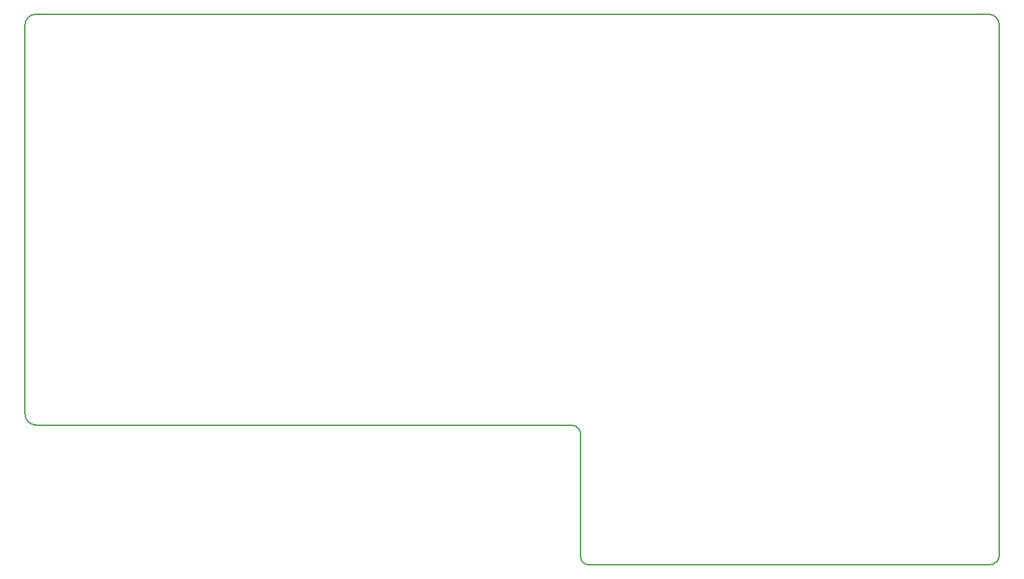
<source format=gbr>
G04 #@! TF.GenerationSoftware,KiCad,Pcbnew,(5.99.0-6672-g81c853438)*
G04 #@! TF.CreationDate,2020-11-14T00:53:04+00:00*
G04 #@! TF.ProjectId,helix,68656c69-782e-46b6-9963-61645f706362,rev?*
G04 #@! TF.SameCoordinates,Original*
G04 #@! TF.FileFunction,Profile,NP*
%FSLAX46Y46*%
G04 Gerber Fmt 4.6, Leading zero omitted, Abs format (unit mm)*
G04 Created by KiCad (PCBNEW (5.99.0-6672-g81c853438)) date 2020-11-14 00:53:04*
%MOMM*%
%LPD*%
G01*
G04 APERTURE LIST*
G04 #@! TA.AperFunction,Profile*
%ADD10C,0.150000*%
G04 #@! TD*
G04 APERTURE END LIST*
D10*
X222500000Y-112072000D02*
X222500000Y-39700000D01*
X89500000Y-92768000D02*
G75*
G03*
X91000000Y-94268000I1500000J0D01*
G01*
X91000000Y-94268000D02*
X164096000Y-94292000D01*
X164096000Y-94292000D02*
G75*
G02*
X165366000Y-95562000I0J-1270000D01*
G01*
X222500000Y-39700000D02*
G75*
G03*
X221039340Y-38158000I-1460660J79195D01*
G01*
X165366000Y-95562000D02*
X165366000Y-112326000D01*
X89500000Y-39658000D02*
X89500000Y-92768000D01*
X91000000Y-38158000D02*
G75*
G03*
X89500000Y-39658000I0J-1500000D01*
G01*
X166382000Y-113342000D02*
G75*
G02*
X165366000Y-112326000I0J1016000D01*
G01*
X222500000Y-112072000D02*
G75*
G02*
X221230000Y-113342000I-1270000J0D01*
G01*
X221039340Y-38158000D02*
X91000000Y-38158000D01*
X166382000Y-113342000D02*
X221230000Y-113342000D01*
M02*

</source>
